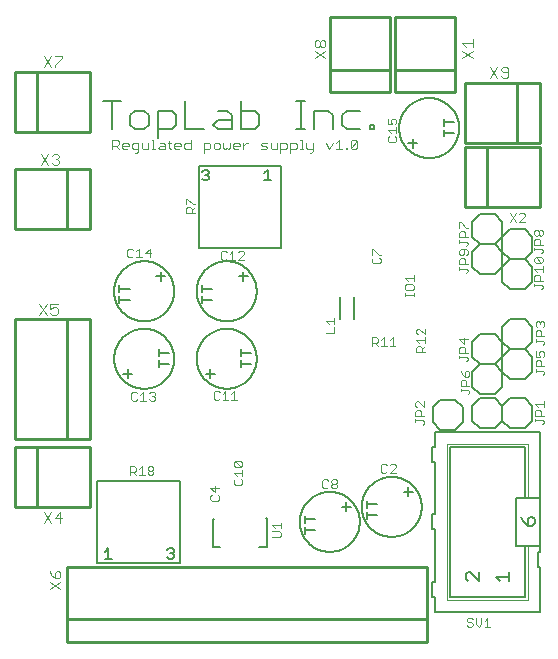
<source format=gbr>
G04 EAGLE Gerber X2 export*
%TF.Part,Single*%
%TF.FileFunction,Legend,Top,1*%
%TF.FilePolarity,Positive*%
%TF.GenerationSoftware,Autodesk,EAGLE,8.7.1*%
%TF.CreationDate,2019-02-08T14:13:12Z*%
G75*
%MOMM*%
%FSLAX34Y34*%
%LPD*%
%AMOC8*
5,1,8,0,0,1.08239X$1,22.5*%
G01*
%ADD10C,0.203200*%
%ADD11C,0.076200*%
%ADD12C,0.152400*%
%ADD13C,0.127000*%
%ADD14C,0.177800*%
%ADD15C,0.050800*%
%ADD16C,0.254000*%
%ADD17C,0.101600*%


D10*
X90092Y440436D02*
X90092Y463824D01*
X82296Y463824D02*
X97888Y463824D01*
X109582Y440436D02*
X117378Y440436D01*
X121276Y444334D01*
X121276Y452130D01*
X117378Y456028D01*
X109582Y456028D01*
X105684Y452130D01*
X105684Y444334D01*
X109582Y440436D01*
X129072Y432640D02*
X129072Y456028D01*
X140766Y456028D01*
X144664Y452130D01*
X144664Y444334D01*
X140766Y440436D01*
X129072Y440436D01*
X152460Y440436D02*
X152460Y463824D01*
X152460Y440436D02*
X168052Y440436D01*
X179746Y456028D02*
X187542Y456028D01*
X191440Y452130D01*
X191440Y440436D01*
X179746Y440436D01*
X175848Y444334D01*
X179746Y448232D01*
X191440Y448232D01*
X199236Y440436D02*
X199236Y463824D01*
X199236Y440436D02*
X210930Y440436D01*
X214828Y444334D01*
X214828Y452130D01*
X210930Y456028D01*
X199236Y456028D01*
X246012Y440436D02*
X253808Y440436D01*
X249910Y440436D02*
X249910Y463824D01*
X246012Y463824D02*
X253808Y463824D01*
X261604Y456028D02*
X261604Y440436D01*
X261604Y456028D02*
X273298Y456028D01*
X277196Y452130D01*
X277196Y440436D01*
X288890Y456028D02*
X300584Y456028D01*
X288890Y456028D02*
X284992Y452130D01*
X284992Y444334D01*
X288890Y440436D01*
X300584Y440436D01*
X308380Y440436D02*
X308380Y444334D01*
X312278Y444334D01*
X312278Y440436D01*
X308380Y440436D01*
D11*
X90551Y431536D02*
X90551Y423291D01*
X90551Y431536D02*
X94674Y431536D01*
X96048Y430162D01*
X96048Y427414D01*
X94674Y426039D01*
X90551Y426039D01*
X93299Y426039D02*
X96048Y423291D01*
X100212Y423291D02*
X102961Y423291D01*
X100212Y423291D02*
X98838Y424665D01*
X98838Y427414D01*
X100212Y428788D01*
X102961Y428788D01*
X104335Y427414D01*
X104335Y426039D01*
X98838Y426039D01*
X109873Y420543D02*
X111248Y420543D01*
X112622Y421917D01*
X112622Y428788D01*
X108499Y428788D01*
X107125Y427414D01*
X107125Y424665D01*
X108499Y423291D01*
X112622Y423291D01*
X115412Y424665D02*
X115412Y428788D01*
X115412Y424665D02*
X116786Y423291D01*
X120909Y423291D01*
X120909Y428788D01*
X123699Y431536D02*
X125073Y431536D01*
X125073Y423291D01*
X123699Y423291D02*
X126448Y423291D01*
X130598Y428788D02*
X133346Y428788D01*
X134721Y427414D01*
X134721Y423291D01*
X130598Y423291D01*
X129224Y424665D01*
X130598Y426039D01*
X134721Y426039D01*
X138885Y424665D02*
X138885Y430162D01*
X138885Y424665D02*
X140259Y423291D01*
X140259Y428788D02*
X137511Y428788D01*
X144410Y423291D02*
X147158Y423291D01*
X144410Y423291D02*
X143036Y424665D01*
X143036Y427414D01*
X144410Y428788D01*
X147158Y428788D01*
X148532Y427414D01*
X148532Y426039D01*
X143036Y426039D01*
X156820Y423291D02*
X156820Y431536D01*
X156820Y423291D02*
X152697Y423291D01*
X151323Y424665D01*
X151323Y427414D01*
X152697Y428788D01*
X156820Y428788D01*
X167897Y428788D02*
X167897Y420543D01*
X167897Y428788D02*
X172019Y428788D01*
X173394Y427414D01*
X173394Y424665D01*
X172019Y423291D01*
X167897Y423291D01*
X177558Y423291D02*
X180307Y423291D01*
X181681Y424665D01*
X181681Y427414D01*
X180307Y428788D01*
X177558Y428788D01*
X176184Y427414D01*
X176184Y424665D01*
X177558Y423291D01*
X184471Y424665D02*
X184471Y428788D01*
X184471Y424665D02*
X185845Y423291D01*
X187219Y424665D01*
X188594Y423291D01*
X189968Y424665D01*
X189968Y428788D01*
X194132Y423291D02*
X196881Y423291D01*
X194132Y423291D02*
X192758Y424665D01*
X192758Y427414D01*
X194132Y428788D01*
X196881Y428788D01*
X198255Y427414D01*
X198255Y426039D01*
X192758Y426039D01*
X201045Y423291D02*
X201045Y428788D01*
X201045Y426039D02*
X203794Y428788D01*
X205168Y428788D01*
X216238Y423291D02*
X220361Y423291D01*
X221735Y424665D01*
X220361Y426039D01*
X217612Y426039D01*
X216238Y427414D01*
X217612Y428788D01*
X221735Y428788D01*
X224525Y428788D02*
X224525Y424665D01*
X225899Y423291D01*
X230022Y423291D01*
X230022Y428788D01*
X232812Y428788D02*
X232812Y420543D01*
X232812Y428788D02*
X236935Y428788D01*
X238309Y427414D01*
X238309Y424665D01*
X236935Y423291D01*
X232812Y423291D01*
X241099Y420543D02*
X241099Y428788D01*
X245222Y428788D01*
X246596Y427414D01*
X246596Y424665D01*
X245222Y423291D01*
X241099Y423291D01*
X249386Y431536D02*
X250761Y431536D01*
X250761Y423291D01*
X252135Y423291D02*
X249386Y423291D01*
X254911Y424665D02*
X254911Y428788D01*
X254911Y424665D02*
X256285Y423291D01*
X260408Y423291D01*
X260408Y421917D02*
X260408Y428788D01*
X260408Y421917D02*
X259034Y420543D01*
X257659Y420543D01*
X271485Y428788D02*
X274234Y423291D01*
X276982Y428788D01*
X279772Y428788D02*
X282521Y431536D01*
X282521Y423291D01*
X285269Y423291D02*
X279772Y423291D01*
X288059Y423291D02*
X288059Y424665D01*
X289434Y424665D01*
X289434Y423291D01*
X288059Y423291D01*
X292203Y424665D02*
X292203Y430162D01*
X293577Y431536D01*
X296325Y431536D01*
X297700Y430162D01*
X297700Y424665D01*
X296325Y423291D01*
X293577Y423291D01*
X292203Y424665D01*
X297700Y430162D01*
X194453Y144361D02*
X193224Y143132D01*
X193224Y140675D01*
X194453Y139446D01*
X199368Y139446D01*
X200597Y140675D01*
X200597Y143132D01*
X199368Y144361D01*
X195682Y146930D02*
X193224Y149388D01*
X200597Y149388D01*
X200597Y151845D02*
X200597Y146930D01*
X199368Y154414D02*
X194453Y154414D01*
X193224Y155643D01*
X193224Y158100D01*
X194453Y159329D01*
X199368Y159329D01*
X200597Y158100D01*
X200597Y155643D01*
X199368Y154414D01*
X194453Y159329D01*
D12*
X177165Y233363D02*
X169545Y233363D01*
X173355Y237173D02*
X173355Y229553D01*
X161925Y246063D02*
X161933Y246686D01*
X161956Y247309D01*
X161994Y247932D01*
X162047Y248553D01*
X162116Y249172D01*
X162200Y249790D01*
X162299Y250405D01*
X162413Y251018D01*
X162542Y251628D01*
X162686Y252235D01*
X162845Y252838D01*
X163019Y253436D01*
X163207Y254031D01*
X163410Y254620D01*
X163627Y255204D01*
X163858Y255783D01*
X164104Y256356D01*
X164364Y256923D01*
X164637Y257483D01*
X164924Y258036D01*
X165225Y258583D01*
X165539Y259121D01*
X165866Y259652D01*
X166206Y260174D01*
X166558Y260689D01*
X166924Y261194D01*
X167301Y261690D01*
X167691Y262177D01*
X168092Y262654D01*
X168505Y263121D01*
X168929Y263577D01*
X169364Y264024D01*
X169811Y264459D01*
X170267Y264883D01*
X170734Y265296D01*
X171211Y265697D01*
X171698Y266087D01*
X172194Y266464D01*
X172699Y266830D01*
X173214Y267182D01*
X173736Y267522D01*
X174267Y267849D01*
X174805Y268163D01*
X175352Y268464D01*
X175905Y268751D01*
X176465Y269024D01*
X177032Y269284D01*
X177605Y269530D01*
X178184Y269761D01*
X178768Y269978D01*
X179357Y270181D01*
X179952Y270369D01*
X180550Y270543D01*
X181153Y270702D01*
X181760Y270846D01*
X182370Y270975D01*
X182983Y271089D01*
X183598Y271188D01*
X184216Y271272D01*
X184835Y271341D01*
X185456Y271394D01*
X186079Y271432D01*
X186702Y271455D01*
X187325Y271463D01*
X187948Y271455D01*
X188571Y271432D01*
X189194Y271394D01*
X189815Y271341D01*
X190434Y271272D01*
X191052Y271188D01*
X191667Y271089D01*
X192280Y270975D01*
X192890Y270846D01*
X193497Y270702D01*
X194100Y270543D01*
X194698Y270369D01*
X195293Y270181D01*
X195882Y269978D01*
X196466Y269761D01*
X197045Y269530D01*
X197618Y269284D01*
X198185Y269024D01*
X198745Y268751D01*
X199298Y268464D01*
X199845Y268163D01*
X200383Y267849D01*
X200914Y267522D01*
X201436Y267182D01*
X201951Y266830D01*
X202456Y266464D01*
X202952Y266087D01*
X203439Y265697D01*
X203916Y265296D01*
X204383Y264883D01*
X204839Y264459D01*
X205286Y264024D01*
X205721Y263577D01*
X206145Y263121D01*
X206558Y262654D01*
X206959Y262177D01*
X207349Y261690D01*
X207726Y261194D01*
X208092Y260689D01*
X208444Y260174D01*
X208784Y259652D01*
X209111Y259121D01*
X209425Y258583D01*
X209726Y258036D01*
X210013Y257483D01*
X210286Y256923D01*
X210546Y256356D01*
X210792Y255783D01*
X211023Y255204D01*
X211240Y254620D01*
X211443Y254031D01*
X211631Y253436D01*
X211805Y252838D01*
X211964Y252235D01*
X212108Y251628D01*
X212237Y251018D01*
X212351Y250405D01*
X212450Y249790D01*
X212534Y249172D01*
X212603Y248553D01*
X212656Y247932D01*
X212694Y247309D01*
X212717Y246686D01*
X212725Y246063D01*
X212717Y245440D01*
X212694Y244817D01*
X212656Y244194D01*
X212603Y243573D01*
X212534Y242954D01*
X212450Y242336D01*
X212351Y241721D01*
X212237Y241108D01*
X212108Y240498D01*
X211964Y239891D01*
X211805Y239288D01*
X211631Y238690D01*
X211443Y238095D01*
X211240Y237506D01*
X211023Y236922D01*
X210792Y236343D01*
X210546Y235770D01*
X210286Y235203D01*
X210013Y234643D01*
X209726Y234090D01*
X209425Y233543D01*
X209111Y233005D01*
X208784Y232474D01*
X208444Y231952D01*
X208092Y231437D01*
X207726Y230932D01*
X207349Y230436D01*
X206959Y229949D01*
X206558Y229472D01*
X206145Y229005D01*
X205721Y228549D01*
X205286Y228102D01*
X204839Y227667D01*
X204383Y227243D01*
X203916Y226830D01*
X203439Y226429D01*
X202952Y226039D01*
X202456Y225662D01*
X201951Y225296D01*
X201436Y224944D01*
X200914Y224604D01*
X200383Y224277D01*
X199845Y223963D01*
X199298Y223662D01*
X198745Y223375D01*
X198185Y223102D01*
X197618Y222842D01*
X197045Y222596D01*
X196466Y222365D01*
X195882Y222148D01*
X195293Y221945D01*
X194698Y221757D01*
X194100Y221583D01*
X193497Y221424D01*
X192890Y221280D01*
X192280Y221151D01*
X191667Y221037D01*
X191052Y220938D01*
X190434Y220854D01*
X189815Y220785D01*
X189194Y220732D01*
X188571Y220694D01*
X187948Y220671D01*
X187325Y220663D01*
X186702Y220671D01*
X186079Y220694D01*
X185456Y220732D01*
X184835Y220785D01*
X184216Y220854D01*
X183598Y220938D01*
X182983Y221037D01*
X182370Y221151D01*
X181760Y221280D01*
X181153Y221424D01*
X180550Y221583D01*
X179952Y221757D01*
X179357Y221945D01*
X178768Y222148D01*
X178184Y222365D01*
X177605Y222596D01*
X177032Y222842D01*
X176465Y223102D01*
X175905Y223375D01*
X175352Y223662D01*
X174805Y223963D01*
X174267Y224277D01*
X173736Y224604D01*
X173214Y224944D01*
X172699Y225296D01*
X172194Y225662D01*
X171698Y226039D01*
X171211Y226429D01*
X170734Y226830D01*
X170267Y227243D01*
X169811Y227667D01*
X169364Y228102D01*
X168929Y228549D01*
X168505Y229005D01*
X168092Y229472D01*
X167691Y229949D01*
X167301Y230436D01*
X166924Y230932D01*
X166558Y231437D01*
X166206Y231952D01*
X165866Y232474D01*
X165539Y233005D01*
X165225Y233543D01*
X164924Y234090D01*
X164637Y234643D01*
X164364Y235203D01*
X164104Y235770D01*
X163858Y236343D01*
X163627Y236922D01*
X163410Y237506D01*
X163207Y238095D01*
X163019Y238690D01*
X162845Y239288D01*
X162686Y239891D01*
X162542Y240498D01*
X162413Y241108D01*
X162299Y241721D01*
X162200Y242336D01*
X162116Y242954D01*
X162047Y243573D01*
X161994Y244194D01*
X161956Y244817D01*
X161933Y245440D01*
X161925Y246063D01*
D13*
X199637Y241959D02*
X208280Y241959D01*
X199637Y239078D02*
X199637Y244840D01*
X199637Y251080D02*
X208280Y251080D01*
X199637Y248199D02*
X199637Y253961D01*
D11*
X180052Y218700D02*
X181281Y217472D01*
X180052Y218700D02*
X177595Y218700D01*
X176366Y217472D01*
X176366Y212557D01*
X177595Y211328D01*
X180052Y211328D01*
X181281Y212557D01*
X183850Y216243D02*
X186308Y218700D01*
X186308Y211328D01*
X188765Y211328D02*
X183850Y211328D01*
X191334Y216243D02*
X193792Y218700D01*
X193792Y211328D01*
X196249Y211328D02*
X191334Y211328D01*
D12*
X197485Y315913D02*
X205105Y315913D01*
X201295Y312103D02*
X201295Y319723D01*
X161925Y303213D02*
X161933Y303836D01*
X161956Y304459D01*
X161994Y305082D01*
X162047Y305703D01*
X162116Y306322D01*
X162200Y306940D01*
X162299Y307555D01*
X162413Y308168D01*
X162542Y308778D01*
X162686Y309385D01*
X162845Y309988D01*
X163019Y310586D01*
X163207Y311181D01*
X163410Y311770D01*
X163627Y312354D01*
X163858Y312933D01*
X164104Y313506D01*
X164364Y314073D01*
X164637Y314633D01*
X164924Y315186D01*
X165225Y315733D01*
X165539Y316271D01*
X165866Y316802D01*
X166206Y317324D01*
X166558Y317839D01*
X166924Y318344D01*
X167301Y318840D01*
X167691Y319327D01*
X168092Y319804D01*
X168505Y320271D01*
X168929Y320727D01*
X169364Y321174D01*
X169811Y321609D01*
X170267Y322033D01*
X170734Y322446D01*
X171211Y322847D01*
X171698Y323237D01*
X172194Y323614D01*
X172699Y323980D01*
X173214Y324332D01*
X173736Y324672D01*
X174267Y324999D01*
X174805Y325313D01*
X175352Y325614D01*
X175905Y325901D01*
X176465Y326174D01*
X177032Y326434D01*
X177605Y326680D01*
X178184Y326911D01*
X178768Y327128D01*
X179357Y327331D01*
X179952Y327519D01*
X180550Y327693D01*
X181153Y327852D01*
X181760Y327996D01*
X182370Y328125D01*
X182983Y328239D01*
X183598Y328338D01*
X184216Y328422D01*
X184835Y328491D01*
X185456Y328544D01*
X186079Y328582D01*
X186702Y328605D01*
X187325Y328613D01*
X187948Y328605D01*
X188571Y328582D01*
X189194Y328544D01*
X189815Y328491D01*
X190434Y328422D01*
X191052Y328338D01*
X191667Y328239D01*
X192280Y328125D01*
X192890Y327996D01*
X193497Y327852D01*
X194100Y327693D01*
X194698Y327519D01*
X195293Y327331D01*
X195882Y327128D01*
X196466Y326911D01*
X197045Y326680D01*
X197618Y326434D01*
X198185Y326174D01*
X198745Y325901D01*
X199298Y325614D01*
X199845Y325313D01*
X200383Y324999D01*
X200914Y324672D01*
X201436Y324332D01*
X201951Y323980D01*
X202456Y323614D01*
X202952Y323237D01*
X203439Y322847D01*
X203916Y322446D01*
X204383Y322033D01*
X204839Y321609D01*
X205286Y321174D01*
X205721Y320727D01*
X206145Y320271D01*
X206558Y319804D01*
X206959Y319327D01*
X207349Y318840D01*
X207726Y318344D01*
X208092Y317839D01*
X208444Y317324D01*
X208784Y316802D01*
X209111Y316271D01*
X209425Y315733D01*
X209726Y315186D01*
X210013Y314633D01*
X210286Y314073D01*
X210546Y313506D01*
X210792Y312933D01*
X211023Y312354D01*
X211240Y311770D01*
X211443Y311181D01*
X211631Y310586D01*
X211805Y309988D01*
X211964Y309385D01*
X212108Y308778D01*
X212237Y308168D01*
X212351Y307555D01*
X212450Y306940D01*
X212534Y306322D01*
X212603Y305703D01*
X212656Y305082D01*
X212694Y304459D01*
X212717Y303836D01*
X212725Y303213D01*
X212717Y302590D01*
X212694Y301967D01*
X212656Y301344D01*
X212603Y300723D01*
X212534Y300104D01*
X212450Y299486D01*
X212351Y298871D01*
X212237Y298258D01*
X212108Y297648D01*
X211964Y297041D01*
X211805Y296438D01*
X211631Y295840D01*
X211443Y295245D01*
X211240Y294656D01*
X211023Y294072D01*
X210792Y293493D01*
X210546Y292920D01*
X210286Y292353D01*
X210013Y291793D01*
X209726Y291240D01*
X209425Y290693D01*
X209111Y290155D01*
X208784Y289624D01*
X208444Y289102D01*
X208092Y288587D01*
X207726Y288082D01*
X207349Y287586D01*
X206959Y287099D01*
X206558Y286622D01*
X206145Y286155D01*
X205721Y285699D01*
X205286Y285252D01*
X204839Y284817D01*
X204383Y284393D01*
X203916Y283980D01*
X203439Y283579D01*
X202952Y283189D01*
X202456Y282812D01*
X201951Y282446D01*
X201436Y282094D01*
X200914Y281754D01*
X200383Y281427D01*
X199845Y281113D01*
X199298Y280812D01*
X198745Y280525D01*
X198185Y280252D01*
X197618Y279992D01*
X197045Y279746D01*
X196466Y279515D01*
X195882Y279298D01*
X195293Y279095D01*
X194698Y278907D01*
X194100Y278733D01*
X193497Y278574D01*
X192890Y278430D01*
X192280Y278301D01*
X191667Y278187D01*
X191052Y278088D01*
X190434Y278004D01*
X189815Y277935D01*
X189194Y277882D01*
X188571Y277844D01*
X187948Y277821D01*
X187325Y277813D01*
X186702Y277821D01*
X186079Y277844D01*
X185456Y277882D01*
X184835Y277935D01*
X184216Y278004D01*
X183598Y278088D01*
X182983Y278187D01*
X182370Y278301D01*
X181760Y278430D01*
X181153Y278574D01*
X180550Y278733D01*
X179952Y278907D01*
X179357Y279095D01*
X178768Y279298D01*
X178184Y279515D01*
X177605Y279746D01*
X177032Y279992D01*
X176465Y280252D01*
X175905Y280525D01*
X175352Y280812D01*
X174805Y281113D01*
X174267Y281427D01*
X173736Y281754D01*
X173214Y282094D01*
X172699Y282446D01*
X172194Y282812D01*
X171698Y283189D01*
X171211Y283579D01*
X170734Y283980D01*
X170267Y284393D01*
X169811Y284817D01*
X169364Y285252D01*
X168929Y285699D01*
X168505Y286155D01*
X168092Y286622D01*
X167691Y287099D01*
X167301Y287586D01*
X166924Y288082D01*
X166558Y288587D01*
X166206Y289102D01*
X165866Y289624D01*
X165539Y290155D01*
X165225Y290693D01*
X164924Y291240D01*
X164637Y291793D01*
X164364Y292353D01*
X164104Y292920D01*
X163858Y293493D01*
X163627Y294072D01*
X163410Y294656D01*
X163207Y295245D01*
X163019Y295840D01*
X162845Y296438D01*
X162686Y297041D01*
X162542Y297648D01*
X162413Y298258D01*
X162299Y298871D01*
X162200Y299486D01*
X162116Y300104D01*
X162047Y300723D01*
X161994Y301344D01*
X161956Y301967D01*
X161933Y302590D01*
X161925Y303213D01*
D13*
X166363Y296106D02*
X175006Y296106D01*
X166363Y293225D02*
X166363Y298987D01*
X166363Y305227D02*
X175006Y305227D01*
X166363Y302346D02*
X166363Y308108D01*
D11*
X187223Y336090D02*
X185995Y337318D01*
X183537Y337318D01*
X182309Y336090D01*
X182309Y331175D01*
X183537Y329946D01*
X185995Y329946D01*
X187223Y331175D01*
X189793Y334861D02*
X192250Y337318D01*
X192250Y329946D01*
X189793Y329946D02*
X194708Y329946D01*
X197277Y329946D02*
X202192Y329946D01*
X197277Y329946D02*
X202192Y334861D01*
X202192Y336090D01*
X200963Y337318D01*
X198506Y337318D01*
X197277Y336090D01*
D12*
X107315Y233363D02*
X99695Y233363D01*
X103505Y237173D02*
X103505Y229553D01*
X92075Y246063D02*
X92083Y246686D01*
X92106Y247309D01*
X92144Y247932D01*
X92197Y248553D01*
X92266Y249172D01*
X92350Y249790D01*
X92449Y250405D01*
X92563Y251018D01*
X92692Y251628D01*
X92836Y252235D01*
X92995Y252838D01*
X93169Y253436D01*
X93357Y254031D01*
X93560Y254620D01*
X93777Y255204D01*
X94008Y255783D01*
X94254Y256356D01*
X94514Y256923D01*
X94787Y257483D01*
X95074Y258036D01*
X95375Y258583D01*
X95689Y259121D01*
X96016Y259652D01*
X96356Y260174D01*
X96708Y260689D01*
X97074Y261194D01*
X97451Y261690D01*
X97841Y262177D01*
X98242Y262654D01*
X98655Y263121D01*
X99079Y263577D01*
X99514Y264024D01*
X99961Y264459D01*
X100417Y264883D01*
X100884Y265296D01*
X101361Y265697D01*
X101848Y266087D01*
X102344Y266464D01*
X102849Y266830D01*
X103364Y267182D01*
X103886Y267522D01*
X104417Y267849D01*
X104955Y268163D01*
X105502Y268464D01*
X106055Y268751D01*
X106615Y269024D01*
X107182Y269284D01*
X107755Y269530D01*
X108334Y269761D01*
X108918Y269978D01*
X109507Y270181D01*
X110102Y270369D01*
X110700Y270543D01*
X111303Y270702D01*
X111910Y270846D01*
X112520Y270975D01*
X113133Y271089D01*
X113748Y271188D01*
X114366Y271272D01*
X114985Y271341D01*
X115606Y271394D01*
X116229Y271432D01*
X116852Y271455D01*
X117475Y271463D01*
X118098Y271455D01*
X118721Y271432D01*
X119344Y271394D01*
X119965Y271341D01*
X120584Y271272D01*
X121202Y271188D01*
X121817Y271089D01*
X122430Y270975D01*
X123040Y270846D01*
X123647Y270702D01*
X124250Y270543D01*
X124848Y270369D01*
X125443Y270181D01*
X126032Y269978D01*
X126616Y269761D01*
X127195Y269530D01*
X127768Y269284D01*
X128335Y269024D01*
X128895Y268751D01*
X129448Y268464D01*
X129995Y268163D01*
X130533Y267849D01*
X131064Y267522D01*
X131586Y267182D01*
X132101Y266830D01*
X132606Y266464D01*
X133102Y266087D01*
X133589Y265697D01*
X134066Y265296D01*
X134533Y264883D01*
X134989Y264459D01*
X135436Y264024D01*
X135871Y263577D01*
X136295Y263121D01*
X136708Y262654D01*
X137109Y262177D01*
X137499Y261690D01*
X137876Y261194D01*
X138242Y260689D01*
X138594Y260174D01*
X138934Y259652D01*
X139261Y259121D01*
X139575Y258583D01*
X139876Y258036D01*
X140163Y257483D01*
X140436Y256923D01*
X140696Y256356D01*
X140942Y255783D01*
X141173Y255204D01*
X141390Y254620D01*
X141593Y254031D01*
X141781Y253436D01*
X141955Y252838D01*
X142114Y252235D01*
X142258Y251628D01*
X142387Y251018D01*
X142501Y250405D01*
X142600Y249790D01*
X142684Y249172D01*
X142753Y248553D01*
X142806Y247932D01*
X142844Y247309D01*
X142867Y246686D01*
X142875Y246063D01*
X142867Y245440D01*
X142844Y244817D01*
X142806Y244194D01*
X142753Y243573D01*
X142684Y242954D01*
X142600Y242336D01*
X142501Y241721D01*
X142387Y241108D01*
X142258Y240498D01*
X142114Y239891D01*
X141955Y239288D01*
X141781Y238690D01*
X141593Y238095D01*
X141390Y237506D01*
X141173Y236922D01*
X140942Y236343D01*
X140696Y235770D01*
X140436Y235203D01*
X140163Y234643D01*
X139876Y234090D01*
X139575Y233543D01*
X139261Y233005D01*
X138934Y232474D01*
X138594Y231952D01*
X138242Y231437D01*
X137876Y230932D01*
X137499Y230436D01*
X137109Y229949D01*
X136708Y229472D01*
X136295Y229005D01*
X135871Y228549D01*
X135436Y228102D01*
X134989Y227667D01*
X134533Y227243D01*
X134066Y226830D01*
X133589Y226429D01*
X133102Y226039D01*
X132606Y225662D01*
X132101Y225296D01*
X131586Y224944D01*
X131064Y224604D01*
X130533Y224277D01*
X129995Y223963D01*
X129448Y223662D01*
X128895Y223375D01*
X128335Y223102D01*
X127768Y222842D01*
X127195Y222596D01*
X126616Y222365D01*
X126032Y222148D01*
X125443Y221945D01*
X124848Y221757D01*
X124250Y221583D01*
X123647Y221424D01*
X123040Y221280D01*
X122430Y221151D01*
X121817Y221037D01*
X121202Y220938D01*
X120584Y220854D01*
X119965Y220785D01*
X119344Y220732D01*
X118721Y220694D01*
X118098Y220671D01*
X117475Y220663D01*
X116852Y220671D01*
X116229Y220694D01*
X115606Y220732D01*
X114985Y220785D01*
X114366Y220854D01*
X113748Y220938D01*
X113133Y221037D01*
X112520Y221151D01*
X111910Y221280D01*
X111303Y221424D01*
X110700Y221583D01*
X110102Y221757D01*
X109507Y221945D01*
X108918Y222148D01*
X108334Y222365D01*
X107755Y222596D01*
X107182Y222842D01*
X106615Y223102D01*
X106055Y223375D01*
X105502Y223662D01*
X104955Y223963D01*
X104417Y224277D01*
X103886Y224604D01*
X103364Y224944D01*
X102849Y225296D01*
X102344Y225662D01*
X101848Y226039D01*
X101361Y226429D01*
X100884Y226830D01*
X100417Y227243D01*
X99961Y227667D01*
X99514Y228102D01*
X99079Y228549D01*
X98655Y229005D01*
X98242Y229472D01*
X97841Y229949D01*
X97451Y230436D01*
X97074Y230932D01*
X96708Y231437D01*
X96356Y231952D01*
X96016Y232474D01*
X95689Y233005D01*
X95375Y233543D01*
X95074Y234090D01*
X94787Y234643D01*
X94514Y235203D01*
X94254Y235770D01*
X94008Y236343D01*
X93777Y236922D01*
X93560Y237506D01*
X93357Y238095D01*
X93169Y238690D01*
X92995Y239288D01*
X92836Y239891D01*
X92692Y240498D01*
X92563Y241108D01*
X92449Y241721D01*
X92350Y242336D01*
X92266Y242954D01*
X92197Y243573D01*
X92144Y244194D01*
X92106Y244817D01*
X92083Y245440D01*
X92075Y246063D01*
D13*
X129787Y241959D02*
X138430Y241959D01*
X129787Y239078D02*
X129787Y244840D01*
X129787Y251080D02*
X138430Y251080D01*
X129787Y248199D02*
X129787Y253961D01*
D11*
X110430Y217938D02*
X111658Y216710D01*
X110430Y217938D02*
X107972Y217938D01*
X106744Y216710D01*
X106744Y211795D01*
X107972Y210566D01*
X110430Y210566D01*
X111658Y211795D01*
X114228Y215481D02*
X116685Y217938D01*
X116685Y210566D01*
X114228Y210566D02*
X119143Y210566D01*
X121712Y216710D02*
X122941Y217938D01*
X125398Y217938D01*
X126627Y216710D01*
X126627Y215481D01*
X125398Y214252D01*
X124169Y214252D01*
X125398Y214252D02*
X126627Y213023D01*
X126627Y211795D01*
X125398Y210566D01*
X122941Y210566D01*
X121712Y211795D01*
D12*
X127635Y315913D02*
X135255Y315913D01*
X131445Y312103D02*
X131445Y319723D01*
X92075Y303213D02*
X92083Y303836D01*
X92106Y304459D01*
X92144Y305082D01*
X92197Y305703D01*
X92266Y306322D01*
X92350Y306940D01*
X92449Y307555D01*
X92563Y308168D01*
X92692Y308778D01*
X92836Y309385D01*
X92995Y309988D01*
X93169Y310586D01*
X93357Y311181D01*
X93560Y311770D01*
X93777Y312354D01*
X94008Y312933D01*
X94254Y313506D01*
X94514Y314073D01*
X94787Y314633D01*
X95074Y315186D01*
X95375Y315733D01*
X95689Y316271D01*
X96016Y316802D01*
X96356Y317324D01*
X96708Y317839D01*
X97074Y318344D01*
X97451Y318840D01*
X97841Y319327D01*
X98242Y319804D01*
X98655Y320271D01*
X99079Y320727D01*
X99514Y321174D01*
X99961Y321609D01*
X100417Y322033D01*
X100884Y322446D01*
X101361Y322847D01*
X101848Y323237D01*
X102344Y323614D01*
X102849Y323980D01*
X103364Y324332D01*
X103886Y324672D01*
X104417Y324999D01*
X104955Y325313D01*
X105502Y325614D01*
X106055Y325901D01*
X106615Y326174D01*
X107182Y326434D01*
X107755Y326680D01*
X108334Y326911D01*
X108918Y327128D01*
X109507Y327331D01*
X110102Y327519D01*
X110700Y327693D01*
X111303Y327852D01*
X111910Y327996D01*
X112520Y328125D01*
X113133Y328239D01*
X113748Y328338D01*
X114366Y328422D01*
X114985Y328491D01*
X115606Y328544D01*
X116229Y328582D01*
X116852Y328605D01*
X117475Y328613D01*
X118098Y328605D01*
X118721Y328582D01*
X119344Y328544D01*
X119965Y328491D01*
X120584Y328422D01*
X121202Y328338D01*
X121817Y328239D01*
X122430Y328125D01*
X123040Y327996D01*
X123647Y327852D01*
X124250Y327693D01*
X124848Y327519D01*
X125443Y327331D01*
X126032Y327128D01*
X126616Y326911D01*
X127195Y326680D01*
X127768Y326434D01*
X128335Y326174D01*
X128895Y325901D01*
X129448Y325614D01*
X129995Y325313D01*
X130533Y324999D01*
X131064Y324672D01*
X131586Y324332D01*
X132101Y323980D01*
X132606Y323614D01*
X133102Y323237D01*
X133589Y322847D01*
X134066Y322446D01*
X134533Y322033D01*
X134989Y321609D01*
X135436Y321174D01*
X135871Y320727D01*
X136295Y320271D01*
X136708Y319804D01*
X137109Y319327D01*
X137499Y318840D01*
X137876Y318344D01*
X138242Y317839D01*
X138594Y317324D01*
X138934Y316802D01*
X139261Y316271D01*
X139575Y315733D01*
X139876Y315186D01*
X140163Y314633D01*
X140436Y314073D01*
X140696Y313506D01*
X140942Y312933D01*
X141173Y312354D01*
X141390Y311770D01*
X141593Y311181D01*
X141781Y310586D01*
X141955Y309988D01*
X142114Y309385D01*
X142258Y308778D01*
X142387Y308168D01*
X142501Y307555D01*
X142600Y306940D01*
X142684Y306322D01*
X142753Y305703D01*
X142806Y305082D01*
X142844Y304459D01*
X142867Y303836D01*
X142875Y303213D01*
X142867Y302590D01*
X142844Y301967D01*
X142806Y301344D01*
X142753Y300723D01*
X142684Y300104D01*
X142600Y299486D01*
X142501Y298871D01*
X142387Y298258D01*
X142258Y297648D01*
X142114Y297041D01*
X141955Y296438D01*
X141781Y295840D01*
X141593Y295245D01*
X141390Y294656D01*
X141173Y294072D01*
X140942Y293493D01*
X140696Y292920D01*
X140436Y292353D01*
X140163Y291793D01*
X139876Y291240D01*
X139575Y290693D01*
X139261Y290155D01*
X138934Y289624D01*
X138594Y289102D01*
X138242Y288587D01*
X137876Y288082D01*
X137499Y287586D01*
X137109Y287099D01*
X136708Y286622D01*
X136295Y286155D01*
X135871Y285699D01*
X135436Y285252D01*
X134989Y284817D01*
X134533Y284393D01*
X134066Y283980D01*
X133589Y283579D01*
X133102Y283189D01*
X132606Y282812D01*
X132101Y282446D01*
X131586Y282094D01*
X131064Y281754D01*
X130533Y281427D01*
X129995Y281113D01*
X129448Y280812D01*
X128895Y280525D01*
X128335Y280252D01*
X127768Y279992D01*
X127195Y279746D01*
X126616Y279515D01*
X126032Y279298D01*
X125443Y279095D01*
X124848Y278907D01*
X124250Y278733D01*
X123647Y278574D01*
X123040Y278430D01*
X122430Y278301D01*
X121817Y278187D01*
X121202Y278088D01*
X120584Y278004D01*
X119965Y277935D01*
X119344Y277882D01*
X118721Y277844D01*
X118098Y277821D01*
X117475Y277813D01*
X116852Y277821D01*
X116229Y277844D01*
X115606Y277882D01*
X114985Y277935D01*
X114366Y278004D01*
X113748Y278088D01*
X113133Y278187D01*
X112520Y278301D01*
X111910Y278430D01*
X111303Y278574D01*
X110700Y278733D01*
X110102Y278907D01*
X109507Y279095D01*
X108918Y279298D01*
X108334Y279515D01*
X107755Y279746D01*
X107182Y279992D01*
X106615Y280252D01*
X106055Y280525D01*
X105502Y280812D01*
X104955Y281113D01*
X104417Y281427D01*
X103886Y281754D01*
X103364Y282094D01*
X102849Y282446D01*
X102344Y282812D01*
X101848Y283189D01*
X101361Y283579D01*
X100884Y283980D01*
X100417Y284393D01*
X99961Y284817D01*
X99514Y285252D01*
X99079Y285699D01*
X98655Y286155D01*
X98242Y286622D01*
X97841Y287099D01*
X97451Y287586D01*
X97074Y288082D01*
X96708Y288587D01*
X96356Y289102D01*
X96016Y289624D01*
X95689Y290155D01*
X95375Y290693D01*
X95074Y291240D01*
X94787Y291793D01*
X94514Y292353D01*
X94254Y292920D01*
X94008Y293493D01*
X93777Y294072D01*
X93560Y294656D01*
X93357Y295245D01*
X93169Y295840D01*
X92995Y296438D01*
X92836Y297041D01*
X92692Y297648D01*
X92563Y298258D01*
X92449Y298871D01*
X92350Y299486D01*
X92266Y300104D01*
X92197Y300723D01*
X92144Y301344D01*
X92106Y301967D01*
X92083Y302590D01*
X92075Y303213D01*
D13*
X96513Y296106D02*
X105156Y296106D01*
X96513Y293225D02*
X96513Y298987D01*
X96513Y305227D02*
X105156Y305227D01*
X96513Y302346D02*
X96513Y308108D01*
D11*
X108256Y338122D02*
X107027Y339350D01*
X104570Y339350D01*
X103341Y338122D01*
X103341Y333207D01*
X104570Y331978D01*
X107027Y331978D01*
X108256Y333207D01*
X110825Y336893D02*
X113283Y339350D01*
X113283Y331978D01*
X115740Y331978D02*
X110825Y331978D01*
X121995Y331978D02*
X121995Y339350D01*
X118309Y335664D01*
X123224Y335664D01*
D12*
X337185Y133350D02*
X344805Y133350D01*
X340995Y129540D02*
X340995Y137160D01*
X301625Y120650D02*
X301633Y121273D01*
X301656Y121896D01*
X301694Y122519D01*
X301747Y123140D01*
X301816Y123759D01*
X301900Y124377D01*
X301999Y124992D01*
X302113Y125605D01*
X302242Y126215D01*
X302386Y126822D01*
X302545Y127425D01*
X302719Y128023D01*
X302907Y128618D01*
X303110Y129207D01*
X303327Y129791D01*
X303558Y130370D01*
X303804Y130943D01*
X304064Y131510D01*
X304337Y132070D01*
X304624Y132623D01*
X304925Y133170D01*
X305239Y133708D01*
X305566Y134239D01*
X305906Y134761D01*
X306258Y135276D01*
X306624Y135781D01*
X307001Y136277D01*
X307391Y136764D01*
X307792Y137241D01*
X308205Y137708D01*
X308629Y138164D01*
X309064Y138611D01*
X309511Y139046D01*
X309967Y139470D01*
X310434Y139883D01*
X310911Y140284D01*
X311398Y140674D01*
X311894Y141051D01*
X312399Y141417D01*
X312914Y141769D01*
X313436Y142109D01*
X313967Y142436D01*
X314505Y142750D01*
X315052Y143051D01*
X315605Y143338D01*
X316165Y143611D01*
X316732Y143871D01*
X317305Y144117D01*
X317884Y144348D01*
X318468Y144565D01*
X319057Y144768D01*
X319652Y144956D01*
X320250Y145130D01*
X320853Y145289D01*
X321460Y145433D01*
X322070Y145562D01*
X322683Y145676D01*
X323298Y145775D01*
X323916Y145859D01*
X324535Y145928D01*
X325156Y145981D01*
X325779Y146019D01*
X326402Y146042D01*
X327025Y146050D01*
X327648Y146042D01*
X328271Y146019D01*
X328894Y145981D01*
X329515Y145928D01*
X330134Y145859D01*
X330752Y145775D01*
X331367Y145676D01*
X331980Y145562D01*
X332590Y145433D01*
X333197Y145289D01*
X333800Y145130D01*
X334398Y144956D01*
X334993Y144768D01*
X335582Y144565D01*
X336166Y144348D01*
X336745Y144117D01*
X337318Y143871D01*
X337885Y143611D01*
X338445Y143338D01*
X338998Y143051D01*
X339545Y142750D01*
X340083Y142436D01*
X340614Y142109D01*
X341136Y141769D01*
X341651Y141417D01*
X342156Y141051D01*
X342652Y140674D01*
X343139Y140284D01*
X343616Y139883D01*
X344083Y139470D01*
X344539Y139046D01*
X344986Y138611D01*
X345421Y138164D01*
X345845Y137708D01*
X346258Y137241D01*
X346659Y136764D01*
X347049Y136277D01*
X347426Y135781D01*
X347792Y135276D01*
X348144Y134761D01*
X348484Y134239D01*
X348811Y133708D01*
X349125Y133170D01*
X349426Y132623D01*
X349713Y132070D01*
X349986Y131510D01*
X350246Y130943D01*
X350492Y130370D01*
X350723Y129791D01*
X350940Y129207D01*
X351143Y128618D01*
X351331Y128023D01*
X351505Y127425D01*
X351664Y126822D01*
X351808Y126215D01*
X351937Y125605D01*
X352051Y124992D01*
X352150Y124377D01*
X352234Y123759D01*
X352303Y123140D01*
X352356Y122519D01*
X352394Y121896D01*
X352417Y121273D01*
X352425Y120650D01*
X352417Y120027D01*
X352394Y119404D01*
X352356Y118781D01*
X352303Y118160D01*
X352234Y117541D01*
X352150Y116923D01*
X352051Y116308D01*
X351937Y115695D01*
X351808Y115085D01*
X351664Y114478D01*
X351505Y113875D01*
X351331Y113277D01*
X351143Y112682D01*
X350940Y112093D01*
X350723Y111509D01*
X350492Y110930D01*
X350246Y110357D01*
X349986Y109790D01*
X349713Y109230D01*
X349426Y108677D01*
X349125Y108130D01*
X348811Y107592D01*
X348484Y107061D01*
X348144Y106539D01*
X347792Y106024D01*
X347426Y105519D01*
X347049Y105023D01*
X346659Y104536D01*
X346258Y104059D01*
X345845Y103592D01*
X345421Y103136D01*
X344986Y102689D01*
X344539Y102254D01*
X344083Y101830D01*
X343616Y101417D01*
X343139Y101016D01*
X342652Y100626D01*
X342156Y100249D01*
X341651Y99883D01*
X341136Y99531D01*
X340614Y99191D01*
X340083Y98864D01*
X339545Y98550D01*
X338998Y98249D01*
X338445Y97962D01*
X337885Y97689D01*
X337318Y97429D01*
X336745Y97183D01*
X336166Y96952D01*
X335582Y96735D01*
X334993Y96532D01*
X334398Y96344D01*
X333800Y96170D01*
X333197Y96011D01*
X332590Y95867D01*
X331980Y95738D01*
X331367Y95624D01*
X330752Y95525D01*
X330134Y95441D01*
X329515Y95372D01*
X328894Y95319D01*
X328271Y95281D01*
X327648Y95258D01*
X327025Y95250D01*
X326402Y95258D01*
X325779Y95281D01*
X325156Y95319D01*
X324535Y95372D01*
X323916Y95441D01*
X323298Y95525D01*
X322683Y95624D01*
X322070Y95738D01*
X321460Y95867D01*
X320853Y96011D01*
X320250Y96170D01*
X319652Y96344D01*
X319057Y96532D01*
X318468Y96735D01*
X317884Y96952D01*
X317305Y97183D01*
X316732Y97429D01*
X316165Y97689D01*
X315605Y97962D01*
X315052Y98249D01*
X314505Y98550D01*
X313967Y98864D01*
X313436Y99191D01*
X312914Y99531D01*
X312399Y99883D01*
X311894Y100249D01*
X311398Y100626D01*
X310911Y101016D01*
X310434Y101417D01*
X309967Y101830D01*
X309511Y102254D01*
X309064Y102689D01*
X308629Y103136D01*
X308205Y103592D01*
X307792Y104059D01*
X307391Y104536D01*
X307001Y105023D01*
X306624Y105519D01*
X306258Y106024D01*
X305906Y106539D01*
X305566Y107061D01*
X305239Y107592D01*
X304925Y108130D01*
X304624Y108677D01*
X304337Y109230D01*
X304064Y109790D01*
X303804Y110357D01*
X303558Y110930D01*
X303327Y111509D01*
X303110Y112093D01*
X302907Y112682D01*
X302719Y113277D01*
X302545Y113875D01*
X302386Y114478D01*
X302242Y115085D01*
X302113Y115695D01*
X301999Y116308D01*
X301900Y116923D01*
X301816Y117541D01*
X301747Y118160D01*
X301694Y118781D01*
X301656Y119404D01*
X301633Y120027D01*
X301625Y120650D01*
D13*
X306063Y113544D02*
X314706Y113544D01*
X306063Y110662D02*
X306063Y116425D01*
X306063Y122665D02*
X314706Y122665D01*
X306063Y119784D02*
X306063Y125546D01*
D11*
X322796Y155750D02*
X321567Y156978D01*
X319110Y156978D01*
X317881Y155750D01*
X317881Y150835D01*
X319110Y149606D01*
X321567Y149606D01*
X322796Y150835D01*
X325365Y149606D02*
X330280Y149606D01*
X325365Y149606D02*
X330280Y154521D01*
X330280Y155750D01*
X329051Y156978D01*
X326594Y156978D01*
X325365Y155750D01*
X174768Y130708D02*
X173539Y129480D01*
X173539Y127022D01*
X174768Y125794D01*
X179683Y125794D01*
X180912Y127022D01*
X180912Y129480D01*
X179683Y130708D01*
X180912Y136964D02*
X173539Y136964D01*
X177225Y133278D01*
X177225Y138193D01*
X310255Y330411D02*
X311483Y331640D01*
X310255Y330411D02*
X310255Y327954D01*
X311483Y326725D01*
X316398Y326725D01*
X317627Y327954D01*
X317627Y330411D01*
X316398Y331640D01*
X310255Y334209D02*
X310255Y339124D01*
X311483Y339124D01*
X316398Y334209D01*
X317627Y334209D01*
D12*
X292418Y120650D02*
X284798Y120650D01*
X288608Y116840D02*
X288608Y124460D01*
X249238Y107950D02*
X249246Y108573D01*
X249269Y109196D01*
X249307Y109819D01*
X249360Y110440D01*
X249429Y111059D01*
X249513Y111677D01*
X249612Y112292D01*
X249726Y112905D01*
X249855Y113515D01*
X249999Y114122D01*
X250158Y114725D01*
X250332Y115323D01*
X250520Y115918D01*
X250723Y116507D01*
X250940Y117091D01*
X251171Y117670D01*
X251417Y118243D01*
X251677Y118810D01*
X251950Y119370D01*
X252237Y119923D01*
X252538Y120470D01*
X252852Y121008D01*
X253179Y121539D01*
X253519Y122061D01*
X253871Y122576D01*
X254237Y123081D01*
X254614Y123577D01*
X255004Y124064D01*
X255405Y124541D01*
X255818Y125008D01*
X256242Y125464D01*
X256677Y125911D01*
X257124Y126346D01*
X257580Y126770D01*
X258047Y127183D01*
X258524Y127584D01*
X259011Y127974D01*
X259507Y128351D01*
X260012Y128717D01*
X260527Y129069D01*
X261049Y129409D01*
X261580Y129736D01*
X262118Y130050D01*
X262665Y130351D01*
X263218Y130638D01*
X263778Y130911D01*
X264345Y131171D01*
X264918Y131417D01*
X265497Y131648D01*
X266081Y131865D01*
X266670Y132068D01*
X267265Y132256D01*
X267863Y132430D01*
X268466Y132589D01*
X269073Y132733D01*
X269683Y132862D01*
X270296Y132976D01*
X270911Y133075D01*
X271529Y133159D01*
X272148Y133228D01*
X272769Y133281D01*
X273392Y133319D01*
X274015Y133342D01*
X274638Y133350D01*
X275261Y133342D01*
X275884Y133319D01*
X276507Y133281D01*
X277128Y133228D01*
X277747Y133159D01*
X278365Y133075D01*
X278980Y132976D01*
X279593Y132862D01*
X280203Y132733D01*
X280810Y132589D01*
X281413Y132430D01*
X282011Y132256D01*
X282606Y132068D01*
X283195Y131865D01*
X283779Y131648D01*
X284358Y131417D01*
X284931Y131171D01*
X285498Y130911D01*
X286058Y130638D01*
X286611Y130351D01*
X287158Y130050D01*
X287696Y129736D01*
X288227Y129409D01*
X288749Y129069D01*
X289264Y128717D01*
X289769Y128351D01*
X290265Y127974D01*
X290752Y127584D01*
X291229Y127183D01*
X291696Y126770D01*
X292152Y126346D01*
X292599Y125911D01*
X293034Y125464D01*
X293458Y125008D01*
X293871Y124541D01*
X294272Y124064D01*
X294662Y123577D01*
X295039Y123081D01*
X295405Y122576D01*
X295757Y122061D01*
X296097Y121539D01*
X296424Y121008D01*
X296738Y120470D01*
X297039Y119923D01*
X297326Y119370D01*
X297599Y118810D01*
X297859Y118243D01*
X298105Y117670D01*
X298336Y117091D01*
X298553Y116507D01*
X298756Y115918D01*
X298944Y115323D01*
X299118Y114725D01*
X299277Y114122D01*
X299421Y113515D01*
X299550Y112905D01*
X299664Y112292D01*
X299763Y111677D01*
X299847Y111059D01*
X299916Y110440D01*
X299969Y109819D01*
X300007Y109196D01*
X300030Y108573D01*
X300038Y107950D01*
X300030Y107327D01*
X300007Y106704D01*
X299969Y106081D01*
X299916Y105460D01*
X299847Y104841D01*
X299763Y104223D01*
X299664Y103608D01*
X299550Y102995D01*
X299421Y102385D01*
X299277Y101778D01*
X299118Y101175D01*
X298944Y100577D01*
X298756Y99982D01*
X298553Y99393D01*
X298336Y98809D01*
X298105Y98230D01*
X297859Y97657D01*
X297599Y97090D01*
X297326Y96530D01*
X297039Y95977D01*
X296738Y95430D01*
X296424Y94892D01*
X296097Y94361D01*
X295757Y93839D01*
X295405Y93324D01*
X295039Y92819D01*
X294662Y92323D01*
X294272Y91836D01*
X293871Y91359D01*
X293458Y90892D01*
X293034Y90436D01*
X292599Y89989D01*
X292152Y89554D01*
X291696Y89130D01*
X291229Y88717D01*
X290752Y88316D01*
X290265Y87926D01*
X289769Y87549D01*
X289264Y87183D01*
X288749Y86831D01*
X288227Y86491D01*
X287696Y86164D01*
X287158Y85850D01*
X286611Y85549D01*
X286058Y85262D01*
X285498Y84989D01*
X284931Y84729D01*
X284358Y84483D01*
X283779Y84252D01*
X283195Y84035D01*
X282606Y83832D01*
X282011Y83644D01*
X281413Y83470D01*
X280810Y83311D01*
X280203Y83167D01*
X279593Y83038D01*
X278980Y82924D01*
X278365Y82825D01*
X277747Y82741D01*
X277128Y82672D01*
X276507Y82619D01*
X275884Y82581D01*
X275261Y82558D01*
X274638Y82550D01*
X274015Y82558D01*
X273392Y82581D01*
X272769Y82619D01*
X272148Y82672D01*
X271529Y82741D01*
X270911Y82825D01*
X270296Y82924D01*
X269683Y83038D01*
X269073Y83167D01*
X268466Y83311D01*
X267863Y83470D01*
X267265Y83644D01*
X266670Y83832D01*
X266081Y84035D01*
X265497Y84252D01*
X264918Y84483D01*
X264345Y84729D01*
X263778Y84989D01*
X263218Y85262D01*
X262665Y85549D01*
X262118Y85850D01*
X261580Y86164D01*
X261049Y86491D01*
X260527Y86831D01*
X260012Y87183D01*
X259507Y87549D01*
X259011Y87926D01*
X258524Y88316D01*
X258047Y88717D01*
X257580Y89130D01*
X257124Y89554D01*
X256677Y89989D01*
X256242Y90436D01*
X255818Y90892D01*
X255405Y91359D01*
X255004Y91836D01*
X254614Y92323D01*
X254237Y92819D01*
X253871Y93324D01*
X253519Y93839D01*
X253179Y94361D01*
X252852Y94892D01*
X252538Y95430D01*
X252237Y95977D01*
X251950Y96530D01*
X251677Y97090D01*
X251417Y97657D01*
X251171Y98230D01*
X250940Y98809D01*
X250723Y99393D01*
X250520Y99982D01*
X250332Y100577D01*
X250158Y101175D01*
X249999Y101778D01*
X249855Y102385D01*
X249726Y102995D01*
X249612Y103608D01*
X249513Y104223D01*
X249429Y104841D01*
X249360Y105460D01*
X249307Y106081D01*
X249269Y106704D01*
X249246Y107327D01*
X249238Y107950D01*
D13*
X253675Y100844D02*
X262319Y100844D01*
X253675Y97962D02*
X253675Y103725D01*
X253675Y109965D02*
X262319Y109965D01*
X253675Y107084D02*
X253675Y112846D01*
D11*
X273266Y142732D02*
X272037Y143961D01*
X269580Y143961D01*
X268351Y142732D01*
X268351Y137817D01*
X269580Y136589D01*
X272037Y136589D01*
X273266Y137817D01*
X275835Y142732D02*
X277064Y143961D01*
X279521Y143961D01*
X280750Y142732D01*
X280750Y141503D01*
X279521Y140275D01*
X280750Y139046D01*
X280750Y137817D01*
X279521Y136589D01*
X277064Y136589D01*
X275835Y137817D01*
X275835Y139046D01*
X277064Y140275D01*
X275835Y141503D01*
X275835Y142732D01*
X277064Y140275D02*
X279521Y140275D01*
X345694Y299149D02*
X345694Y301606D01*
X345694Y300377D02*
X338322Y300377D01*
X338322Y299149D02*
X338322Y301606D01*
X338322Y305367D02*
X338322Y307824D01*
X338322Y305367D02*
X339550Y304138D01*
X344465Y304138D01*
X345694Y305367D01*
X345694Y307824D01*
X344465Y309053D01*
X339550Y309053D01*
X338322Y307824D01*
X340779Y311622D02*
X338322Y314080D01*
X345694Y314080D01*
X345694Y316537D02*
X345694Y311622D01*
D12*
X401638Y212725D02*
X414338Y212725D01*
X420688Y206375D01*
X420688Y193675D01*
X414338Y187325D01*
X395288Y193675D02*
X395288Y206375D01*
X401638Y212725D01*
X395288Y193675D02*
X401638Y187325D01*
X414338Y187325D01*
X420688Y206375D02*
X427038Y212725D01*
X439738Y212725D01*
X446088Y206375D01*
X446088Y193675D01*
X439738Y187325D01*
X427038Y187325D01*
X420688Y193675D01*
D11*
X454447Y190437D02*
X455676Y191665D01*
X455676Y192894D01*
X454447Y194123D01*
X448304Y194123D01*
X448304Y195351D02*
X448304Y192894D01*
X448304Y197921D02*
X455676Y197921D01*
X448304Y197921D02*
X448304Y201607D01*
X449532Y202836D01*
X451990Y202836D01*
X453219Y201607D01*
X453219Y197921D01*
X450761Y205405D02*
X448304Y207862D01*
X455676Y207862D01*
X455676Y205405D02*
X455676Y210320D01*
D12*
X439738Y330200D02*
X427038Y330200D01*
X439738Y330200D02*
X446088Y323850D01*
X446088Y311150D01*
X439738Y304800D01*
X420688Y311150D02*
X420688Y323850D01*
X427038Y330200D01*
X420688Y311150D02*
X427038Y304800D01*
X439738Y304800D01*
D11*
X453812Y304737D02*
X455041Y305965D01*
X455041Y307194D01*
X453812Y308423D01*
X447669Y308423D01*
X447669Y309651D02*
X447669Y307194D01*
X447669Y312221D02*
X455041Y312221D01*
X447669Y312221D02*
X447669Y315907D01*
X448897Y317136D01*
X451355Y317136D01*
X452584Y315907D01*
X452584Y312221D01*
X450126Y319705D02*
X447669Y322162D01*
X455041Y322162D01*
X455041Y319705D02*
X455041Y324620D01*
X453812Y327189D02*
X448897Y327189D01*
X447669Y328418D01*
X447669Y330875D01*
X448897Y332104D01*
X453812Y332104D01*
X455041Y330875D01*
X455041Y328418D01*
X453812Y327189D01*
X448897Y332104D01*
D12*
X381000Y211138D02*
X368300Y211138D01*
X381000Y211138D02*
X387350Y204788D01*
X387350Y192088D01*
X381000Y185738D01*
X361950Y192088D02*
X361950Y204788D01*
X368300Y211138D01*
X361950Y192088D02*
X368300Y185738D01*
X381000Y185738D01*
D11*
X354394Y191348D02*
X353165Y190119D01*
X354394Y191348D02*
X354394Y192576D01*
X353165Y193805D01*
X347021Y193805D01*
X347021Y192576D02*
X347021Y195034D01*
X347021Y197603D02*
X354394Y197603D01*
X347021Y197603D02*
X347021Y201289D01*
X348250Y202518D01*
X350707Y202518D01*
X351936Y201289D01*
X351936Y197603D01*
X354394Y205087D02*
X354394Y210002D01*
X354394Y205087D02*
X349479Y210002D01*
X348250Y210002D01*
X347021Y208773D01*
X347021Y206316D01*
X348250Y205087D01*
D12*
X427038Y279400D02*
X439738Y279400D01*
X446088Y273050D01*
X446088Y260350D01*
X439738Y254000D01*
X420688Y260350D02*
X420688Y273050D01*
X427038Y279400D01*
X420688Y260350D02*
X427038Y254000D01*
X439738Y254000D01*
D11*
X455082Y257747D02*
X456311Y258975D01*
X456311Y260204D01*
X455082Y261433D01*
X448939Y261433D01*
X448939Y262661D02*
X448939Y260204D01*
X448939Y265231D02*
X456311Y265231D01*
X448939Y265231D02*
X448939Y268917D01*
X450167Y270146D01*
X452625Y270146D01*
X453854Y268917D01*
X453854Y265231D01*
X450167Y272715D02*
X448939Y273944D01*
X448939Y276401D01*
X450167Y277630D01*
X451396Y277630D01*
X452625Y276401D01*
X452625Y275172D01*
X452625Y276401D02*
X453854Y277630D01*
X455082Y277630D01*
X456311Y276401D01*
X456311Y273944D01*
X455082Y272715D01*
D12*
X414338Y266700D02*
X401638Y266700D01*
X414338Y266700D02*
X420688Y260350D01*
X420688Y247650D01*
X414338Y241300D01*
X395288Y247650D02*
X395288Y260350D01*
X401638Y266700D01*
X395288Y247650D02*
X401638Y241300D01*
X414338Y241300D01*
D11*
X391541Y245005D02*
X390312Y243777D01*
X391541Y245005D02*
X391541Y246234D01*
X390312Y247463D01*
X384169Y247463D01*
X384169Y248691D02*
X384169Y246234D01*
X384169Y251261D02*
X391541Y251261D01*
X384169Y251261D02*
X384169Y254947D01*
X385397Y256176D01*
X387855Y256176D01*
X389084Y254947D01*
X389084Y251261D01*
X391541Y262431D02*
X384169Y262431D01*
X387855Y258745D01*
X387855Y263660D01*
D12*
X427038Y254000D02*
X439738Y254000D01*
X446088Y247650D01*
X446088Y234950D01*
X439738Y228600D01*
X420688Y234950D02*
X420688Y247650D01*
X427038Y254000D01*
X420688Y234950D02*
X427038Y228600D01*
X439738Y228600D01*
D11*
X455082Y232347D02*
X456311Y233575D01*
X456311Y234804D01*
X455082Y236033D01*
X448939Y236033D01*
X448939Y237261D02*
X448939Y234804D01*
X448939Y239831D02*
X456311Y239831D01*
X448939Y239831D02*
X448939Y243517D01*
X450167Y244746D01*
X452625Y244746D01*
X453854Y243517D01*
X453854Y239831D01*
X448939Y247315D02*
X448939Y252230D01*
X448939Y247315D02*
X452625Y247315D01*
X451396Y249772D01*
X451396Y251001D01*
X452625Y252230D01*
X455082Y252230D01*
X456311Y251001D01*
X456311Y248544D01*
X455082Y247315D01*
D12*
X414338Y241300D02*
X401638Y241300D01*
X414338Y241300D02*
X420688Y234950D01*
X420688Y222250D01*
X414338Y215900D01*
X395288Y222250D02*
X395288Y234950D01*
X401638Y241300D01*
X395288Y222250D02*
X401638Y215900D01*
X414338Y215900D01*
D11*
X392811Y217065D02*
X391582Y215837D01*
X392811Y217065D02*
X392811Y218294D01*
X391582Y219523D01*
X385439Y219523D01*
X385439Y220751D02*
X385439Y218294D01*
X385439Y223321D02*
X392811Y223321D01*
X385439Y223321D02*
X385439Y227007D01*
X386667Y228236D01*
X389125Y228236D01*
X390354Y227007D01*
X390354Y223321D01*
X386667Y233262D02*
X385439Y235720D01*
X386667Y233262D02*
X389125Y230805D01*
X391582Y230805D01*
X392811Y232034D01*
X392811Y234491D01*
X391582Y235720D01*
X390354Y235720D01*
X389125Y234491D01*
X389125Y230805D01*
D12*
X401638Y368300D02*
X414338Y368300D01*
X420688Y361950D01*
X420688Y349250D01*
X414338Y342900D01*
X395288Y349250D02*
X395288Y361950D01*
X401638Y368300D01*
X395288Y349250D02*
X401638Y342900D01*
X414338Y342900D01*
D11*
X391541Y342795D02*
X390312Y341567D01*
X391541Y342795D02*
X391541Y344024D01*
X390312Y345253D01*
X384169Y345253D01*
X384169Y346481D02*
X384169Y344024D01*
X384169Y349051D02*
X391541Y349051D01*
X384169Y349051D02*
X384169Y352737D01*
X385397Y353966D01*
X387855Y353966D01*
X389084Y352737D01*
X389084Y349051D01*
X384169Y356535D02*
X384169Y361450D01*
X385397Y361450D01*
X390312Y356535D01*
X391541Y356535D01*
D12*
X427038Y355600D02*
X439738Y355600D01*
X446088Y349250D01*
X446088Y336550D01*
X439738Y330200D01*
X420688Y336550D02*
X420688Y349250D01*
X427038Y355600D01*
X420688Y336550D02*
X427038Y330200D01*
X439738Y330200D01*
D11*
X453812Y335217D02*
X455041Y336445D01*
X455041Y337674D01*
X453812Y338903D01*
X447669Y338903D01*
X447669Y340131D02*
X447669Y337674D01*
X447669Y342701D02*
X455041Y342701D01*
X447669Y342701D02*
X447669Y346387D01*
X448897Y347616D01*
X451355Y347616D01*
X452584Y346387D01*
X452584Y342701D01*
X448897Y350185D02*
X447669Y351414D01*
X447669Y353871D01*
X448897Y355100D01*
X450126Y355100D01*
X451355Y353871D01*
X452584Y355100D01*
X453812Y355100D01*
X455041Y353871D01*
X455041Y351414D01*
X453812Y350185D01*
X452584Y350185D01*
X451355Y351414D01*
X450126Y350185D01*
X448897Y350185D01*
X451355Y351414D02*
X451355Y353871D01*
D12*
X414338Y342900D02*
X401638Y342900D01*
X414338Y342900D02*
X420688Y336550D01*
X420688Y323850D01*
X414338Y317500D01*
X395288Y323850D02*
X395288Y336550D01*
X401638Y342900D01*
X395288Y323850D02*
X401638Y317500D01*
X414338Y317500D01*
D11*
X391541Y319935D02*
X390312Y318707D01*
X391541Y319935D02*
X391541Y321164D01*
X390312Y322393D01*
X384169Y322393D01*
X384169Y323621D02*
X384169Y321164D01*
X384169Y326191D02*
X391541Y326191D01*
X384169Y326191D02*
X384169Y329877D01*
X385397Y331106D01*
X387855Y331106D01*
X389084Y329877D01*
X389084Y326191D01*
X390312Y333675D02*
X391541Y334904D01*
X391541Y337361D01*
X390312Y338590D01*
X385397Y338590D01*
X384169Y337361D01*
X384169Y334904D01*
X385397Y333675D01*
X386626Y333675D01*
X387855Y334904D01*
X387855Y338590D01*
D10*
X294925Y297925D02*
X294925Y279925D01*
X282925Y279925D02*
X282925Y297925D01*
D11*
X278574Y267876D02*
X271202Y267876D01*
X278574Y267876D02*
X278574Y272791D01*
X273659Y275360D02*
X271202Y277818D01*
X278574Y277818D01*
X278574Y280275D02*
X278574Y275360D01*
X310351Y264103D02*
X310351Y256731D01*
X310351Y264103D02*
X314037Y264103D01*
X315266Y262874D01*
X315266Y260417D01*
X314037Y259188D01*
X310351Y259188D01*
X312808Y259188D02*
X315266Y256731D01*
X317835Y261645D02*
X320293Y264103D01*
X320293Y256731D01*
X322750Y256731D02*
X317835Y256731D01*
X325319Y261645D02*
X327777Y264103D01*
X327777Y256731D01*
X330234Y256731D02*
X325319Y256731D01*
X347720Y251614D02*
X355092Y251614D01*
X347720Y251614D02*
X347720Y255300D01*
X348948Y256528D01*
X351406Y256528D01*
X352635Y255300D01*
X352635Y251614D01*
X352635Y254071D02*
X355092Y256528D01*
X350177Y259098D02*
X347720Y261555D01*
X355092Y261555D01*
X355092Y259098D02*
X355092Y264013D01*
X355092Y266582D02*
X355092Y271497D01*
X355092Y266582D02*
X350177Y271497D01*
X348948Y271497D01*
X347720Y270268D01*
X347720Y267811D01*
X348948Y266582D01*
D14*
X147638Y142875D02*
X77788Y142875D01*
X147638Y142875D02*
X147638Y73025D01*
X77788Y73025D01*
X77788Y142875D01*
D13*
X136843Y84038D02*
X138283Y85478D01*
X141164Y85478D01*
X142605Y84038D01*
X142605Y82597D01*
X141164Y81157D01*
X139724Y81157D01*
X141164Y81157D02*
X142605Y79716D01*
X142605Y78276D01*
X141164Y76835D01*
X138283Y76835D01*
X136843Y78276D01*
X87019Y85478D02*
X84138Y82597D01*
X87019Y85478D02*
X87019Y76835D01*
X84138Y76835D02*
X89900Y76835D01*
D11*
X105474Y147701D02*
X105474Y155073D01*
X109160Y155073D01*
X110388Y153845D01*
X110388Y151387D01*
X109160Y150158D01*
X105474Y150158D01*
X107931Y150158D02*
X110388Y147701D01*
X112958Y152616D02*
X115415Y155073D01*
X115415Y147701D01*
X112958Y147701D02*
X117873Y147701D01*
X120442Y153845D02*
X121671Y155073D01*
X124128Y155073D01*
X125357Y153845D01*
X125357Y152616D01*
X124128Y151387D01*
X125357Y150158D01*
X125357Y148930D01*
X124128Y147701D01*
X121671Y147701D01*
X120442Y148930D01*
X120442Y150158D01*
X121671Y151387D01*
X120442Y152616D01*
X120442Y153845D01*
X121671Y151387D02*
X124128Y151387D01*
D14*
X163513Y339725D02*
X233363Y339725D01*
X163513Y339725D02*
X163513Y409575D01*
X233363Y409575D01*
X233363Y339725D01*
D13*
X167897Y405772D02*
X166456Y404332D01*
X167897Y405772D02*
X170778Y405772D01*
X172218Y404332D01*
X172218Y402891D01*
X170778Y401451D01*
X169337Y401451D01*
X170778Y401451D02*
X172218Y400010D01*
X172218Y398570D01*
X170778Y397129D01*
X167897Y397129D01*
X166456Y398570D01*
X219161Y402891D02*
X222042Y405772D01*
X222042Y397129D01*
X219161Y397129D02*
X224923Y397129D01*
D11*
X160147Y369270D02*
X152775Y369270D01*
X152775Y372956D01*
X154003Y374185D01*
X156461Y374185D01*
X157690Y372956D01*
X157690Y369270D01*
X157690Y371728D02*
X160147Y374185D01*
X152775Y376754D02*
X152775Y381669D01*
X154003Y381669D01*
X158918Y376754D01*
X160147Y376754D01*
D12*
X376238Y171450D02*
X376238Y44450D01*
X376238Y171450D02*
X439738Y171450D01*
X439738Y44450D02*
X376238Y44450D01*
X363538Y44450D02*
X363538Y31750D01*
X363538Y184150D02*
X452438Y184150D01*
X452438Y31750D02*
X363538Y31750D01*
X432118Y128270D02*
X439738Y128270D01*
X432118Y128270D02*
X432118Y87630D01*
X439738Y87630D01*
X439738Y44450D01*
X439738Y87630D02*
X442278Y87630D01*
X363538Y171450D02*
X360998Y171450D01*
X360998Y158750D01*
X363538Y158750D01*
X363538Y171450D02*
X363538Y184150D01*
X360998Y114300D02*
X360998Y101600D01*
X360998Y114300D02*
X363538Y114300D01*
X363538Y158750D01*
X363538Y101600D02*
X360998Y101600D01*
X360998Y57150D02*
X360998Y44450D01*
X363538Y44450D01*
X363538Y57150D02*
X360998Y57150D01*
X363538Y57150D02*
X363538Y101600D01*
X452438Y128270D02*
X452438Y184150D01*
X452438Y128270D02*
X452438Y87630D01*
X439738Y128270D02*
X439738Y171450D01*
X439738Y128270D02*
X442278Y128270D01*
X452438Y128270D01*
D15*
X442278Y128270D02*
X442278Y173990D01*
X373698Y173990D01*
X373698Y41910D01*
X442278Y41910D01*
X442278Y87630D01*
D12*
X452438Y87630D01*
X452438Y82550D01*
X451168Y82550D01*
X451168Y69850D01*
X452438Y69850D01*
X452438Y31750D01*
D13*
X418776Y57785D02*
X414963Y61598D01*
X426403Y61598D01*
X426403Y57785D02*
X426403Y65412D01*
X401003Y65412D02*
X401003Y57785D01*
X393376Y65412D01*
X391469Y65412D01*
X389563Y63505D01*
X389563Y59692D01*
X391469Y57785D01*
X438459Y108588D02*
X436553Y112402D01*
X438459Y108588D02*
X442273Y104775D01*
X446086Y104775D01*
X447993Y106682D01*
X447993Y110495D01*
X446086Y112402D01*
X444179Y112402D01*
X442273Y110495D01*
X442273Y104775D01*
D11*
X394365Y26613D02*
X395593Y25384D01*
X394365Y26613D02*
X391907Y26613D01*
X390679Y25384D01*
X390679Y24155D01*
X391907Y22927D01*
X394365Y22927D01*
X395593Y21698D01*
X395593Y20469D01*
X394365Y19241D01*
X391907Y19241D01*
X390679Y20469D01*
X398163Y21698D02*
X398163Y26613D01*
X398163Y21698D02*
X400620Y19241D01*
X403078Y21698D01*
X403078Y26613D01*
X405647Y24155D02*
X408104Y26613D01*
X408104Y19241D01*
X405647Y19241D02*
X410562Y19241D01*
D13*
X221438Y86425D02*
X214438Y86425D01*
X221438Y86425D02*
X221438Y111425D01*
X220438Y111425D01*
X181438Y86425D02*
X175438Y86425D01*
X175438Y110425D01*
X176438Y110425D01*
D11*
X225800Y94950D02*
X231943Y94950D01*
X233172Y96179D01*
X233172Y98636D01*
X231943Y99865D01*
X225800Y99865D01*
X228257Y102434D02*
X225800Y104892D01*
X233172Y104892D01*
X233172Y107349D02*
X233172Y102434D01*
D16*
X330200Y471488D02*
X381000Y471488D01*
X330200Y471488D02*
X330200Y490538D01*
X330200Y534988D01*
X381000Y534988D01*
X381000Y490538D01*
X381000Y471488D01*
X381000Y490538D02*
X330200Y490538D01*
D17*
X386898Y500888D02*
X396050Y506989D01*
X396050Y500888D02*
X386898Y506989D01*
X389948Y510243D02*
X386898Y513294D01*
X396050Y513294D01*
X396050Y516344D02*
X396050Y510243D01*
D16*
X388938Y425450D02*
X388938Y374650D01*
X388938Y425450D02*
X407988Y425450D01*
X452438Y425450D01*
X452438Y374650D01*
X407988Y374650D01*
X388938Y374650D01*
X407988Y374650D02*
X407988Y425450D01*
D11*
X427101Y369386D02*
X432016Y362014D01*
X427101Y362014D02*
X432016Y369386D01*
X434585Y362014D02*
X439500Y362014D01*
X439500Y366928D02*
X434585Y362014D01*
X439500Y366928D02*
X439500Y368157D01*
X438271Y369386D01*
X435814Y369386D01*
X434585Y368157D01*
D16*
X71438Y355600D02*
X71438Y406400D01*
X71438Y355600D02*
X52388Y355600D01*
X7938Y355600D01*
X7938Y406400D01*
X52388Y406400D01*
X71438Y406400D01*
X52388Y406400D02*
X52388Y355600D01*
D17*
X36159Y410401D02*
X30058Y419552D01*
X36159Y419552D02*
X30058Y410401D01*
X39413Y418027D02*
X40938Y419552D01*
X43989Y419552D01*
X45514Y418027D01*
X45514Y416502D01*
X43989Y414976D01*
X42463Y414976D01*
X43989Y414976D02*
X45514Y413451D01*
X45514Y411926D01*
X43989Y410401D01*
X40938Y410401D01*
X39413Y411926D01*
D16*
X7938Y171450D02*
X7938Y120650D01*
X7938Y171450D02*
X26988Y171450D01*
X71438Y171450D01*
X71438Y120650D01*
X26988Y120650D01*
X7938Y120650D01*
X26988Y120650D02*
X26988Y171450D01*
D17*
X32258Y116022D02*
X38359Y106871D01*
X32258Y106871D02*
X38359Y116022D01*
X46189Y116022D02*
X46189Y106871D01*
X41613Y111446D02*
X46189Y116022D01*
X47714Y111446D02*
X41613Y111446D01*
D16*
X71438Y177800D02*
X71438Y279400D01*
X71438Y177800D02*
X52388Y177800D01*
X7938Y177800D01*
X7938Y279400D01*
X52388Y279400D01*
X71438Y279400D01*
X52388Y279400D02*
X52388Y177800D01*
D17*
X34889Y283401D02*
X28788Y292552D01*
X34889Y292552D02*
X28788Y283401D01*
X38143Y292552D02*
X44244Y292552D01*
X38143Y292552D02*
X38143Y287976D01*
X41193Y289502D01*
X42719Y289502D01*
X44244Y287976D01*
X44244Y284926D01*
X42719Y283401D01*
X39668Y283401D01*
X38143Y284926D01*
D16*
X52388Y6350D02*
X357188Y6350D01*
X52388Y6350D02*
X52388Y25400D01*
X52388Y69850D01*
X357188Y69850D01*
X357188Y25400D01*
X357188Y6350D01*
X357188Y25400D02*
X52388Y25400D01*
D17*
X37330Y50695D02*
X46482Y56796D01*
X46482Y50695D02*
X37330Y56796D01*
X38856Y63101D02*
X37330Y66152D01*
X38856Y63101D02*
X41906Y60050D01*
X44957Y60050D01*
X46482Y61576D01*
X46482Y64626D01*
X44957Y66152D01*
X43431Y66152D01*
X41906Y64626D01*
X41906Y60050D01*
D16*
X7938Y438150D02*
X7938Y488950D01*
X26988Y488950D01*
X71438Y488950D01*
X71438Y438150D01*
X26988Y438150D01*
X7938Y438150D01*
X26988Y438150D02*
X26988Y488950D01*
D17*
X38359Y492951D02*
X32258Y502102D01*
X38359Y502102D02*
X32258Y492951D01*
X41613Y502102D02*
X47714Y502102D01*
X47714Y500577D01*
X41613Y494476D01*
X41613Y492951D01*
D16*
X274638Y471488D02*
X325438Y471488D01*
X274638Y471488D02*
X274638Y490538D01*
X274638Y534988D01*
X325438Y534988D01*
X325438Y490538D01*
X325438Y471488D01*
X325438Y490538D02*
X274638Y490538D01*
D17*
X261803Y500275D02*
X270955Y506376D01*
X270955Y500275D02*
X261803Y506376D01*
X263328Y509630D02*
X261803Y511156D01*
X261803Y514206D01*
X263328Y515732D01*
X264853Y515732D01*
X266379Y514206D01*
X267904Y515732D01*
X269429Y515732D01*
X270955Y514206D01*
X270955Y511156D01*
X269429Y509630D01*
X267904Y509630D01*
X266379Y511156D01*
X264853Y509630D01*
X263328Y509630D01*
X266379Y511156D02*
X266379Y514206D01*
D16*
X452438Y479425D02*
X452438Y428625D01*
X433388Y428625D01*
X388938Y428625D01*
X388938Y479425D01*
X433388Y479425D01*
X452438Y479425D01*
X433388Y479425D02*
X433388Y428625D01*
D17*
X416524Y484061D02*
X410423Y493212D01*
X416524Y493212D02*
X410423Y484061D01*
X419778Y485586D02*
X421303Y484061D01*
X424354Y484061D01*
X425879Y485586D01*
X425879Y491687D01*
X424354Y493212D01*
X421303Y493212D01*
X419778Y491687D01*
X419778Y490162D01*
X421303Y488636D01*
X425879Y488636D01*
D12*
X348615Y428625D02*
X340995Y428625D01*
X344805Y432435D02*
X344805Y424815D01*
X333375Y441325D02*
X333383Y441948D01*
X333406Y442571D01*
X333444Y443194D01*
X333497Y443815D01*
X333566Y444434D01*
X333650Y445052D01*
X333749Y445667D01*
X333863Y446280D01*
X333992Y446890D01*
X334136Y447497D01*
X334295Y448100D01*
X334469Y448698D01*
X334657Y449293D01*
X334860Y449882D01*
X335077Y450466D01*
X335308Y451045D01*
X335554Y451618D01*
X335814Y452185D01*
X336087Y452745D01*
X336374Y453298D01*
X336675Y453845D01*
X336989Y454383D01*
X337316Y454914D01*
X337656Y455436D01*
X338008Y455951D01*
X338374Y456456D01*
X338751Y456952D01*
X339141Y457439D01*
X339542Y457916D01*
X339955Y458383D01*
X340379Y458839D01*
X340814Y459286D01*
X341261Y459721D01*
X341717Y460145D01*
X342184Y460558D01*
X342661Y460959D01*
X343148Y461349D01*
X343644Y461726D01*
X344149Y462092D01*
X344664Y462444D01*
X345186Y462784D01*
X345717Y463111D01*
X346255Y463425D01*
X346802Y463726D01*
X347355Y464013D01*
X347915Y464286D01*
X348482Y464546D01*
X349055Y464792D01*
X349634Y465023D01*
X350218Y465240D01*
X350807Y465443D01*
X351402Y465631D01*
X352000Y465805D01*
X352603Y465964D01*
X353210Y466108D01*
X353820Y466237D01*
X354433Y466351D01*
X355048Y466450D01*
X355666Y466534D01*
X356285Y466603D01*
X356906Y466656D01*
X357529Y466694D01*
X358152Y466717D01*
X358775Y466725D01*
X359398Y466717D01*
X360021Y466694D01*
X360644Y466656D01*
X361265Y466603D01*
X361884Y466534D01*
X362502Y466450D01*
X363117Y466351D01*
X363730Y466237D01*
X364340Y466108D01*
X364947Y465964D01*
X365550Y465805D01*
X366148Y465631D01*
X366743Y465443D01*
X367332Y465240D01*
X367916Y465023D01*
X368495Y464792D01*
X369068Y464546D01*
X369635Y464286D01*
X370195Y464013D01*
X370748Y463726D01*
X371295Y463425D01*
X371833Y463111D01*
X372364Y462784D01*
X372886Y462444D01*
X373401Y462092D01*
X373906Y461726D01*
X374402Y461349D01*
X374889Y460959D01*
X375366Y460558D01*
X375833Y460145D01*
X376289Y459721D01*
X376736Y459286D01*
X377171Y458839D01*
X377595Y458383D01*
X378008Y457916D01*
X378409Y457439D01*
X378799Y456952D01*
X379176Y456456D01*
X379542Y455951D01*
X379894Y455436D01*
X380234Y454914D01*
X380561Y454383D01*
X380875Y453845D01*
X381176Y453298D01*
X381463Y452745D01*
X381736Y452185D01*
X381996Y451618D01*
X382242Y451045D01*
X382473Y450466D01*
X382690Y449882D01*
X382893Y449293D01*
X383081Y448698D01*
X383255Y448100D01*
X383414Y447497D01*
X383558Y446890D01*
X383687Y446280D01*
X383801Y445667D01*
X383900Y445052D01*
X383984Y444434D01*
X384053Y443815D01*
X384106Y443194D01*
X384144Y442571D01*
X384167Y441948D01*
X384175Y441325D01*
X384167Y440702D01*
X384144Y440079D01*
X384106Y439456D01*
X384053Y438835D01*
X383984Y438216D01*
X383900Y437598D01*
X383801Y436983D01*
X383687Y436370D01*
X383558Y435760D01*
X383414Y435153D01*
X383255Y434550D01*
X383081Y433952D01*
X382893Y433357D01*
X382690Y432768D01*
X382473Y432184D01*
X382242Y431605D01*
X381996Y431032D01*
X381736Y430465D01*
X381463Y429905D01*
X381176Y429352D01*
X380875Y428805D01*
X380561Y428267D01*
X380234Y427736D01*
X379894Y427214D01*
X379542Y426699D01*
X379176Y426194D01*
X378799Y425698D01*
X378409Y425211D01*
X378008Y424734D01*
X377595Y424267D01*
X377171Y423811D01*
X376736Y423364D01*
X376289Y422929D01*
X375833Y422505D01*
X375366Y422092D01*
X374889Y421691D01*
X374402Y421301D01*
X373906Y420924D01*
X373401Y420558D01*
X372886Y420206D01*
X372364Y419866D01*
X371833Y419539D01*
X371295Y419225D01*
X370748Y418924D01*
X370195Y418637D01*
X369635Y418364D01*
X369068Y418104D01*
X368495Y417858D01*
X367916Y417627D01*
X367332Y417410D01*
X366743Y417207D01*
X366148Y417019D01*
X365550Y416845D01*
X364947Y416686D01*
X364340Y416542D01*
X363730Y416413D01*
X363117Y416299D01*
X362502Y416200D01*
X361884Y416116D01*
X361265Y416047D01*
X360644Y415994D01*
X360021Y415956D01*
X359398Y415933D01*
X358775Y415925D01*
X358152Y415933D01*
X357529Y415956D01*
X356906Y415994D01*
X356285Y416047D01*
X355666Y416116D01*
X355048Y416200D01*
X354433Y416299D01*
X353820Y416413D01*
X353210Y416542D01*
X352603Y416686D01*
X352000Y416845D01*
X351402Y417019D01*
X350807Y417207D01*
X350218Y417410D01*
X349634Y417627D01*
X349055Y417858D01*
X348482Y418104D01*
X347915Y418364D01*
X347355Y418637D01*
X346802Y418924D01*
X346255Y419225D01*
X345717Y419539D01*
X345186Y419866D01*
X344664Y420206D01*
X344149Y420558D01*
X343644Y420924D01*
X343148Y421301D01*
X342661Y421691D01*
X342184Y422092D01*
X341717Y422505D01*
X341261Y422929D01*
X340814Y423364D01*
X340379Y423811D01*
X339955Y424267D01*
X339542Y424734D01*
X339141Y425211D01*
X338751Y425698D01*
X338374Y426194D01*
X338008Y426699D01*
X337656Y427214D01*
X337316Y427736D01*
X336989Y428267D01*
X336675Y428805D01*
X336374Y429352D01*
X336087Y429905D01*
X335814Y430465D01*
X335554Y431032D01*
X335308Y431605D01*
X335077Y432184D01*
X334860Y432768D01*
X334657Y433357D01*
X334469Y433952D01*
X334295Y434550D01*
X334136Y435153D01*
X333992Y435760D01*
X333863Y436370D01*
X333749Y436983D01*
X333650Y437598D01*
X333566Y438216D01*
X333497Y438835D01*
X333444Y439456D01*
X333406Y440079D01*
X333383Y440702D01*
X333375Y441325D01*
D13*
X371087Y437221D02*
X379730Y437221D01*
X371087Y434340D02*
X371087Y440102D01*
X371087Y446342D02*
X379730Y446342D01*
X371087Y443461D02*
X371087Y449224D01*
D11*
X324818Y434328D02*
X323590Y433100D01*
X323590Y430642D01*
X324818Y429414D01*
X329733Y429414D01*
X330962Y430642D01*
X330962Y433100D01*
X329733Y434328D01*
X326047Y436898D02*
X323590Y439355D01*
X330962Y439355D01*
X330962Y436898D02*
X330962Y441813D01*
X323590Y444382D02*
X323590Y449297D01*
X323590Y444382D02*
X327276Y444382D01*
X326047Y446839D01*
X326047Y448068D01*
X327276Y449297D01*
X329733Y449297D01*
X330962Y448068D01*
X330962Y445611D01*
X329733Y444382D01*
M02*

</source>
